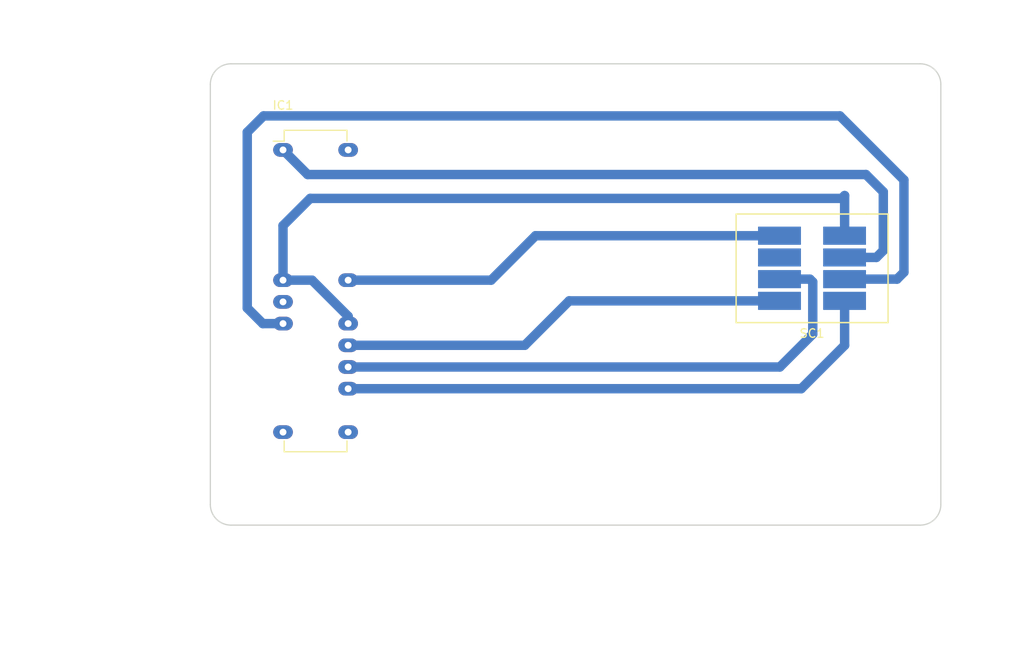
<source format=kicad_pcb>
(kicad_pcb (version 4) (host pcbnew 4.0.5+dfsg1-4)

  (general
    (links 16)
    (no_connects 1)
    (area 87.656999 52.985999 207.491001 129.894001)
    (thickness 1.6)
    (drawings 13)
    (tracks 39)
    (zones 0)
    (modules 2)
    (nets 11)
  )

  (page A4)
  (layers
    (0 F.Cu signal)
    (31 B.Cu signal)
    (32 B.Adhes user)
    (33 F.Adhes user)
    (34 B.Paste user)
    (35 F.Paste user)
    (36 B.SilkS user)
    (37 F.SilkS user)
    (38 B.Mask user)
    (39 F.Mask user)
    (40 Dwgs.User user)
    (41 Cmts.User user)
    (42 Eco1.User user)
    (43 Eco2.User user)
    (44 Edge.Cuts user)
    (45 Margin user)
    (46 B.CrtYd user)
    (47 F.CrtYd user)
    (48 B.Fab user)
    (49 F.Fab user)
  )

  (setup
    (last_trace_width 1.1)
    (user_trace_width 0.2)
    (trace_clearance 0.3)
    (zone_clearance 0.508)
    (zone_45_only yes)
    (trace_min 0.2)
    (segment_width 0.2)
    (edge_width 0.15)
    (via_size 0.6)
    (via_drill 0.5)
    (via_min_size 0.4)
    (via_min_drill 0.3)
    (uvia_size 0.3)
    (uvia_drill 0.1)
    (uvias_allowed no)
    (uvia_min_size 0.2)
    (uvia_min_drill 0.1)
    (pcb_text_width 0.3)
    (pcb_text_size 1.5 1.5)
    (mod_edge_width 0.15)
    (mod_text_size 1 1)
    (mod_text_width 0.15)
    (pad_size 2.3 1.6)
    (pad_drill 0.8)
    (pad_to_mask_clearance 0.2)
    (aux_axis_origin 0 0)
    (visible_elements FFFFFF7F)
    (pcbplotparams
      (layerselection 0x00030_80000000)
      (usegerberextensions false)
      (excludeedgelayer true)
      (linewidth 0.100000)
      (plotframeref false)
      (viasonmask false)
      (mode 1)
      (useauxorigin false)
      (hpglpennumber 1)
      (hpglpenspeed 20)
      (hpglpendiameter 15)
      (hpglpenoverlay 2)
      (psnegative false)
      (psa4output false)
      (plotreference true)
      (plotvalue true)
      (plotinvisibletext false)
      (padsonsilk false)
      (subtractmaskfromsilk false)
      (outputformat 1)
      (mirror false)
      (drillshape 0)
      (scaleselection 1)
      (outputdirectory impression/))
  )

  (net 0 "")
  (net 1 "Net-(IC1-Pad1)")
  (net 2 +5V)
  (net 3 GND)
  (net 4 "Net-(IC1-Pad9)")
  (net 5 "Net-(IC1-Pad14)")
  (net 6 "Net-(IC1-Pad15)")
  (net 7 "Net-(IC1-Pad17)")
  (net 8 "Net-(IC1-Pad18)")
  (net 9 "Net-(IC1-Pad19)")
  (net 10 "Net-(IC1-Pad28)")

  (net_class Default "Ceci est la Netclass par défaut"
    (clearance 0.3)
    (trace_width 1.1)
    (via_dia 0.6)
    (via_drill 0.5)
    (uvia_dia 0.3)
    (uvia_drill 0.1)
    (add_net +5V)
    (add_net GND)
    (add_net "Net-(IC1-Pad1)")
    (add_net "Net-(IC1-Pad14)")
    (add_net "Net-(IC1-Pad15)")
    (add_net "Net-(IC1-Pad17)")
    (add_net "Net-(IC1-Pad18)")
    (add_net "Net-(IC1-Pad19)")
    (add_net "Net-(IC1-Pad28)")
    (add_net "Net-(IC1-Pad9)")
  )

  (net_class petit ""
    (clearance 0.3)
    (trace_width 0.5)
    (via_dia 0.6)
    (via_drill 0.5)
    (uvia_dia 0.3)
    (uvia_drill 0.1)
  )

  (net_class pp ""
    (clearance 0.2)
    (trace_width 0.3)
    (via_dia 0.6)
    (via_drill 0.5)
    (uvia_dia 0.3)
    (uvia_drill 0.1)
  )

  (module Housings_DIP:DIP-28_W7.62mm_LongPads (layer F.Cu) (tedit 595165C1) (tstamp 58DFCE96)
    (at 120.7711 70.527)
    (descr "28-lead dip package, row spacing 7.62 mm (300 mils), longer pads")
    (tags "dil dip 2.54 300")
    (path /58DFC490)
    (fp_text reference IC1 (at 0 -5.22) (layer F.SilkS)
      (effects (font (size 1 1) (thickness 0.15)))
    )
    (fp_text value ATMEGA328-P (at -3 13 90) (layer F.Fab)
      (effects (font (size 1 1) (thickness 0.15)))
    )
    (fp_line (start -1.4 -2.45) (end -1.4 35.5) (layer F.CrtYd) (width 0.05))
    (fp_line (start 9 -2.45) (end 9 35.5) (layer F.CrtYd) (width 0.05))
    (fp_line (start -1.4 -2.45) (end 9 -2.45) (layer F.CrtYd) (width 0.05))
    (fp_line (start -1.4 35.5) (end 9 35.5) (layer F.CrtYd) (width 0.05))
    (fp_line (start 0.135 -2.295) (end 0.135 -1.025) (layer F.SilkS) (width 0.15))
    (fp_line (start 7.485 -2.295) (end 7.485 -1.025) (layer F.SilkS) (width 0.15))
    (fp_line (start 7.485 35.315) (end 7.485 34.045) (layer F.SilkS) (width 0.15))
    (fp_line (start 0.135 35.315) (end 0.135 34.045) (layer F.SilkS) (width 0.15))
    (fp_line (start 0.135 -2.295) (end 7.485 -2.295) (layer F.SilkS) (width 0.15))
    (fp_line (start 0.135 35.315) (end 7.485 35.315) (layer F.SilkS) (width 0.15))
    (fp_line (start 0.135 -1.025) (end -1.15 -1.025) (layer F.SilkS) (width 0.15))
    (pad 1 thru_hole oval (at 0 0) (size 2.3 1.6) (drill 0.8) (layers *.Cu *.Mask)
      (net 1 "Net-(IC1-Pad1)"))
    (pad 7 thru_hole oval (at 0 15.24) (size 2.3 1.6) (drill 0.8) (layers *.Cu *.Mask)
      (net 2 +5V))
    (pad 8 thru_hole oval (at 0 17.78) (size 2.3 1.6) (drill 0.8) (layers *.Cu *.Mask)
      (net 3 GND))
    (pad 9 thru_hole oval (at 0 20.32) (size 2.3 1.6) (drill 0.8) (layers *.Cu *.Mask)
      (net 4 "Net-(IC1-Pad9)"))
    (pad 14 thru_hole oval (at 0 33.02) (size 2.3 1.6) (drill 0.8) (layers *.Cu *.Mask)
      (net 5 "Net-(IC1-Pad14)"))
    (pad 15 thru_hole oval (at 7.62 33.02) (size 2.3 1.6) (drill 0.8) (layers *.Cu *.Mask)
      (net 6 "Net-(IC1-Pad15)"))
    (pad 17 thru_hole oval (at 7.62 27.94) (size 2.3 1.6) (drill 0.8) (layers *.Cu *.Mask)
      (net 7 "Net-(IC1-Pad17)"))
    (pad 18 thru_hole oval (at 7.62 25.4) (size 2.3 1.6) (drill 0.8) (layers *.Cu *.Mask)
      (net 8 "Net-(IC1-Pad18)"))
    (pad 19 thru_hole oval (at 7.62 22.86) (size 2.3 1.6) (drill 0.8) (layers *.Cu *.Mask)
      (net 9 "Net-(IC1-Pad19)"))
    (pad 20 thru_hole oval (at 7.62 20.32) (size 2.3 1.6) (drill 0.8) (layers *.Cu *.Mask)
      (net 2 +5V))
    (pad 22 thru_hole oval (at 7.62 15.24) (size 2.3 1.6) (drill 0.8) (layers *.Cu *.Mask)
      (net 3 GND))
    (pad 28 thru_hole oval (at 7.62 0) (size 2.3 1.6) (drill 0.8) (layers *.Cu *.Mask)
      (net 10 "Net-(IC1-Pad28)"))
    (model Housings_DIP.3dshapes/DIP-28_W7.62mm_LongPads.wrl
      (at (xyz 0 0 0))
      (scale (xyz 1 1 1))
      (rotate (xyz 0 0 0))
    )
  )

  (module smart_cart_lib:card_connector_iso7816 (layer F.Cu) (tedit 58DFCB7B) (tstamp 58DFCEAA)
    (at 182.6711 90.727)
    (path /58DFCC3B)
    (fp_text reference SC1 (at 0 1.27) (layer F.SilkS)
      (effects (font (size 1 1) (thickness 0.15)))
    )
    (fp_text value SC_7816 (at 0 -13.97 180) (layer F.Fab)
      (effects (font (size 1 1) (thickness 0.15)))
    )
    (fp_line (start 8.89 -12.7) (end 6.35 -12.7) (layer F.SilkS) (width 0.15))
    (fp_line (start 8.89 0) (end 8.89 -12.7) (layer F.SilkS) (width 0.15))
    (fp_line (start -8.89 0) (end 8.89 0) (layer F.SilkS) (width 0.15))
    (fp_line (start -8.89 -12.7) (end -8.89 0) (layer F.SilkS) (width 0.15))
    (fp_line (start 6.35 -12.7) (end -8.89 -12.7) (layer F.SilkS) (width 0.15))
    (fp_line (start 6.35 -12.7) (end -8.89 -12.7) (layer F.SilkS) (width 0.15))
    (fp_line (start -8.89 -12.7) (end -8.89 0) (layer F.SilkS) (width 0.15))
    (fp_line (start -8.89 0) (end 8.89 0) (layer F.SilkS) (width 0.15))
    (fp_line (start 8.89 0) (end 8.89 -12.7) (layer F.SilkS) (width 0.15))
    (fp_line (start 8.89 -12.7) (end 6.35 -12.7) (layer F.SilkS) (width 0.15))
    (pad c8 connect rect (at -3.81 -2.54) (size 5 2.1) (layers B.Cu F.Mask)
      (net 9 "Net-(IC1-Pad19)"))
    (pad c7 connect rect (at -3.81 -5.08) (size 5 2.1) (layers B.Cu F.Mask)
      (net 8 "Net-(IC1-Pad18)"))
    (pad c6 connect rect (at -3.81 -7.62) (size 5 2.1) (layers B.Cu F.Mask))
    (pad c5 connect rect (at -3.81 -10.16) (size 5 2.1) (layers B.Cu F.Mask)
      (net 3 GND))
    (pad c4 connect rect (at 3.81 -2.54) (size 5 2.1) (layers B.Cu F.Mask)
      (net 7 "Net-(IC1-Pad17)"))
    (pad c3 connect rect (at 3.81 -5.08) (size 5 2.1) (layers B.Cu F.Mask)
      (net 4 "Net-(IC1-Pad9)"))
    (pad c2 connect rect (at 3.81 -7.62) (size 5 2.1) (layers B.Cu F.Mask)
      (net 1 "Net-(IC1-Pad1)"))
    (pad c1 connect rect (at 3.81 -10.16) (size 5 2.1) (layers B.Cu F.Mask)
      (net 2 +5V))
    (pad c1 connect rect (at 3.81 -10.16) (size 5 2.1) (layers B.Cu F.Mask)
      (net 2 +5V))
    (pad c2 connect rect (at 3.81 -7.62) (size 5 2.1) (layers B.Cu F.Mask)
      (net 1 "Net-(IC1-Pad1)"))
    (pad c3 connect rect (at 3.81 -5.08) (size 5 2.1) (layers B.Cu F.Mask)
      (net 4 "Net-(IC1-Pad9)"))
    (pad c4 connect rect (at 3.81 -2.54) (size 5 2.1) (layers B.Cu F.Mask)
      (net 7 "Net-(IC1-Pad17)"))
    (pad c5 connect rect (at -3.81 -10.16) (size 5 2.1) (layers B.Cu F.Mask)
      (net 3 GND))
    (pad c6 connect rect (at -3.81 -7.62) (size 5 2.1) (layers B.Cu F.Mask))
    (pad c7 connect rect (at -3.81 -5.08) (size 5 2.1) (layers B.Cu F.Mask)
      (net 8 "Net-(IC1-Pad18)"))
    (pad c8 connect rect (at -3.81 -2.54) (size 5 2.1) (layers B.Cu F.Mask)
      (net 9 "Net-(IC1-Pad19)"))
  )

  (gr_line (start 197.739 62.865) (end 197.739 112.014) (angle 90) (layer Edge.Cuts) (width 0.15))
  (gr_line (start 114.681 114.427) (end 195.326 114.427) (angle 90) (layer Edge.Cuts) (width 0.15))
  (gr_line (start 112.268 62.865) (end 112.268 112.014) (angle 90) (layer Edge.Cuts) (width 0.15))
  (gr_line (start 195.326 60.452) (end 114.681 60.452) (angle 90) (layer Edge.Cuts) (width 0.15))
  (gr_arc (start 195.326 112.014) (end 197.739 112.014) (angle 90) (layer Edge.Cuts) (width 0.15))
  (gr_arc (start 114.681 112.014) (end 114.681 114.427) (angle 90) (layer Edge.Cuts) (width 0.15))
  (gr_arc (start 114.681 62.865) (end 112.268 62.865) (angle 90) (layer Edge.Cuts) (width 0.15))
  (gr_arc (start 195.326 62.865) (end 195.326 60.452) (angle 90) (layer Edge.Cuts) (width 0.15))
  (gr_line (start 112.268 119.634) (end 112.268 55.245) (angle 90) (layer Cmts.User) (width 0.2))
  (gr_line (start 112.395 119.761) (end 112.268 119.634) (angle 90) (layer Cmts.User) (width 0.2))
  (gr_line (start 201.168 114.427) (end 106.426 114.427) (angle 90) (layer Cmts.User) (width 0.2))
  (gr_line (start 197.739 53.086) (end 197.739 129.794) (angle 90) (layer Cmts.User) (width 0.2))
  (gr_line (start 207.391 60.452) (end 87.757 60.452) (angle 90) (layer Cmts.User) (width 0.2))

  (segment (start 186.4811 83.107) (end 190.197 83.107) (width 1.1) (layer B.Cu) (net 1) (status 400000))
  (segment (start 123.6501 73.406) (end 120.7711 70.527) (width 1.1) (layer B.Cu) (net 1) (tstamp 59536D62) (status 800000))
  (segment (start 188.976 73.406) (end 123.6501 73.406) (width 1.1) (layer B.Cu) (net 1) (tstamp 59536D5E))
  (segment (start 191.008 75.438) (end 188.976 73.406) (width 1.1) (layer B.Cu) (net 1) (tstamp 59536D57))
  (segment (start 191.008 82.296) (end 191.008 75.438) (width 1.1) (layer B.Cu) (net 1) (tstamp 59536D55))
  (segment (start 190.197 83.107) (end 191.008 82.296) (width 1.1) (layer B.Cu) (net 1) (tstamp 59536D53))
  (segment (start 186.4811 80.567) (end 186.4811 75.8641) (width 1.1) (layer B.Cu) (net 2) (status 400000))
  (segment (start 120.7711 79.3809) (end 120.7711 85.767) (width 1.1) (layer B.Cu) (net 2) (tstamp 59536D4B) (status 800000))
  (segment (start 123.952 76.2) (end 120.7711 79.3809) (width 1.1) (layer B.Cu) (net 2) (tstamp 59536D49))
  (segment (start 186.1452 76.2) (end 123.952 76.2) (width 1.1) (layer B.Cu) (net 2) (tstamp 59536D44))
  (segment (start 186.4811 75.8641) (end 186.1452 76.2) (width 1.1) (layer B.Cu) (net 2) (tstamp 59536D41))
  (segment (start 120.7711 85.767) (end 124.164 85.767) (width 1.1) (layer B.Cu) (net 2) (status 400000))
  (segment (start 128.3911 89.9941) (end 128.3911 90.847) (width 1.1) (layer B.Cu) (net 2) (tstamp 59536C3F) (status 800000))
  (segment (start 124.164 85.767) (end 128.3911 89.9941) (width 1.1) (layer B.Cu) (net 2) (tstamp 59536C3E))
  (segment (start 128.3911 85.767) (end 145.119 85.767) (width 1.1) (layer B.Cu) (net 3) (status 400000))
  (segment (start 150.319 80.567) (end 178.8611 80.567) (width 1.1) (layer B.Cu) (net 3) (tstamp 59536C1F) (status 800000))
  (segment (start 145.119 85.767) (end 150.319 80.567) (width 1.1) (layer B.Cu) (net 3) (tstamp 59536C1C))
  (segment (start 128.5511 85.607) (end 128.3911 85.767) (width 1.1) (layer B.Cu) (net 3) (tstamp 58DFD805))
  (segment (start 186.4811 85.647) (end 192.61 85.647) (width 1.1) (layer B.Cu) (net 4) (status 400000))
  (segment (start 118.406 90.847) (end 120.7711 90.847) (width 1.1) (layer B.Cu) (net 4) (tstamp 59536DEE) (status 800000))
  (segment (start 116.586 89.027) (end 118.406 90.847) (width 1.1) (layer B.Cu) (net 4) (tstamp 59536DEC))
  (segment (start 116.586 68.453) (end 116.586 89.027) (width 1.1) (layer B.Cu) (net 4) (tstamp 59536DEA))
  (segment (start 118.491 66.548) (end 116.586 68.453) (width 1.1) (layer B.Cu) (net 4) (tstamp 59536DE9))
  (segment (start 185.928 66.548) (end 118.491 66.548) (width 1.1) (layer B.Cu) (net 4) (tstamp 59536DE6))
  (segment (start 193.421 74.041) (end 185.928 66.548) (width 1.1) (layer B.Cu) (net 4) (tstamp 59536DE3))
  (segment (start 193.421 84.836) (end 193.421 74.041) (width 1.1) (layer B.Cu) (net 4) (tstamp 59536DE1))
  (segment (start 192.61 85.647) (end 193.421 84.836) (width 1.1) (layer B.Cu) (net 4) (tstamp 59536DE0))
  (segment (start 186.4811 88.187) (end 186.4811 93.3901) (width 1.1) (layer B.Cu) (net 7) (status 400000))
  (segment (start 181.4042 98.467) (end 128.3911 98.467) (width 1.1) (layer B.Cu) (net 7) (tstamp 59536E60) (status 800000))
  (segment (start 186.4811 93.3901) (end 181.4042 98.467) (width 1.1) (layer B.Cu) (net 7) (tstamp 59536E5E))
  (segment (start 178.8611 85.647) (end 182.421 85.647) (width 1.1) (layer B.Cu) (net 8) (status 400000))
  (segment (start 178.901 95.927) (end 128.3911 95.927) (width 1.1) (layer B.Cu) (net 8) (tstamp 59536E70) (status 800000))
  (segment (start 182.753 92.075) (end 178.901 95.927) (width 1.1) (layer B.Cu) (net 8) (tstamp 59536E6E))
  (segment (start 182.753 85.979) (end 182.753 92.075) (width 1.1) (layer B.Cu) (net 8) (tstamp 59536E6C))
  (segment (start 182.421 85.647) (end 182.753 85.979) (width 1.1) (layer B.Cu) (net 8) (tstamp 59536E6B))
  (segment (start 128.4331 95.885) (end 128.3911 95.927) (width 1.1) (layer B.Cu) (net 8) (tstamp 5950EF40))
  (segment (start 178.8611 88.187) (end 154.256 88.187) (width 1.1) (layer B.Cu) (net 9) (status 400000))
  (segment (start 149.056 93.387) (end 128.3911 93.387) (width 1.1) (layer B.Cu) (net 9) (tstamp 59536E59) (status 800000))
  (segment (start 154.256 88.187) (end 149.056 93.387) (width 1.1) (layer B.Cu) (net 9) (tstamp 59536E55))

  (zone (net 3) (net_name GND) (layer B.Cu) (tstamp 5950F434) (hatch edge 0.508)
    (connect_pads (clearance 0.508))
    (min_thickness 0.254)
    (fill (arc_segments 16) (thermal_gap 0.508) (thermal_bridge_width 0.508))
    (polygon
      (pts
        (xy 195.961 112.776) (xy 113.919 112.776) (xy 113.919 62.103) (xy 195.961 62.103)
      )
    )
  )
)

</source>
